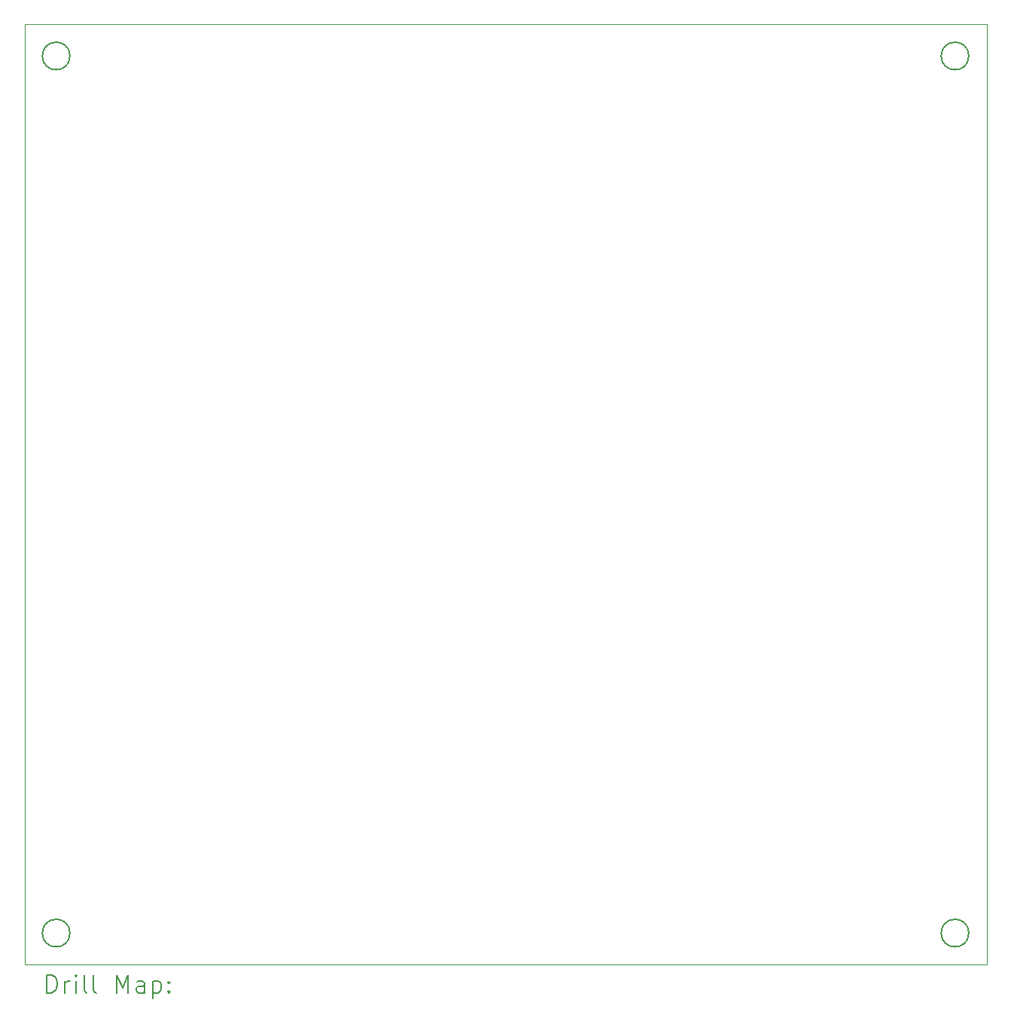
<source format=gbr>
%TF.GenerationSoftware,KiCad,Pcbnew,(6.0.7)*%
%TF.CreationDate,2022-08-27T17:55:12+01:00*%
%TF.ProjectId,Buck Racing 2,4275636b-2052-4616-9369-6e6720322e6b,v01*%
%TF.SameCoordinates,Original*%
%TF.FileFunction,Drillmap*%
%TF.FilePolarity,Positive*%
%FSLAX45Y45*%
G04 Gerber Fmt 4.5, Leading zero omitted, Abs format (unit mm)*
G04 Created by KiCad (PCBNEW (6.0.7)) date 2022-08-27 17:55:12*
%MOMM*%
%LPD*%
G01*
G04 APERTURE LIST*
%ADD10C,0.150000*%
%ADD11C,0.100000*%
%ADD12C,0.200000*%
G04 APERTURE END LIST*
D10*
X17020600Y-15240000D02*
G75*
G03*
X17020600Y-15240000I-155000J0D01*
G01*
X6911400Y-15240000D02*
G75*
G03*
X6911400Y-15240000I-155000J0D01*
G01*
X6911400Y-5384800D02*
G75*
G03*
X6911400Y-5384800I-155000J0D01*
G01*
X17020600Y-5384800D02*
G75*
G03*
X17020600Y-5384800I-155000J0D01*
G01*
D11*
X17221200Y-15595600D02*
X17221200Y-5029200D01*
X6400800Y-5029200D02*
X17221200Y-5029200D01*
X6400800Y-15595600D02*
X6400800Y-5029200D01*
X17221200Y-15595600D02*
X6400800Y-15595600D01*
D12*
X6653419Y-15911076D02*
X6653419Y-15711076D01*
X6701038Y-15711076D01*
X6729609Y-15720600D01*
X6748657Y-15739648D01*
X6758181Y-15758695D01*
X6767705Y-15796790D01*
X6767705Y-15825362D01*
X6758181Y-15863457D01*
X6748657Y-15882505D01*
X6729609Y-15901552D01*
X6701038Y-15911076D01*
X6653419Y-15911076D01*
X6853419Y-15911076D02*
X6853419Y-15777743D01*
X6853419Y-15815838D02*
X6862943Y-15796790D01*
X6872467Y-15787267D01*
X6891514Y-15777743D01*
X6910562Y-15777743D01*
X6977228Y-15911076D02*
X6977228Y-15777743D01*
X6977228Y-15711076D02*
X6967705Y-15720600D01*
X6977228Y-15730124D01*
X6986752Y-15720600D01*
X6977228Y-15711076D01*
X6977228Y-15730124D01*
X7101038Y-15911076D02*
X7081990Y-15901552D01*
X7072467Y-15882505D01*
X7072467Y-15711076D01*
X7205800Y-15911076D02*
X7186752Y-15901552D01*
X7177228Y-15882505D01*
X7177228Y-15711076D01*
X7434371Y-15911076D02*
X7434371Y-15711076D01*
X7501038Y-15853933D01*
X7567705Y-15711076D01*
X7567705Y-15911076D01*
X7748657Y-15911076D02*
X7748657Y-15806314D01*
X7739133Y-15787267D01*
X7720086Y-15777743D01*
X7681990Y-15777743D01*
X7662943Y-15787267D01*
X7748657Y-15901552D02*
X7729609Y-15911076D01*
X7681990Y-15911076D01*
X7662943Y-15901552D01*
X7653419Y-15882505D01*
X7653419Y-15863457D01*
X7662943Y-15844409D01*
X7681990Y-15834886D01*
X7729609Y-15834886D01*
X7748657Y-15825362D01*
X7843895Y-15777743D02*
X7843895Y-15977743D01*
X7843895Y-15787267D02*
X7862943Y-15777743D01*
X7901038Y-15777743D01*
X7920086Y-15787267D01*
X7929609Y-15796790D01*
X7939133Y-15815838D01*
X7939133Y-15872981D01*
X7929609Y-15892028D01*
X7920086Y-15901552D01*
X7901038Y-15911076D01*
X7862943Y-15911076D01*
X7843895Y-15901552D01*
X8024848Y-15892028D02*
X8034371Y-15901552D01*
X8024848Y-15911076D01*
X8015324Y-15901552D01*
X8024848Y-15892028D01*
X8024848Y-15911076D01*
X8024848Y-15787267D02*
X8034371Y-15796790D01*
X8024848Y-15806314D01*
X8015324Y-15796790D01*
X8024848Y-15787267D01*
X8024848Y-15806314D01*
M02*

</source>
